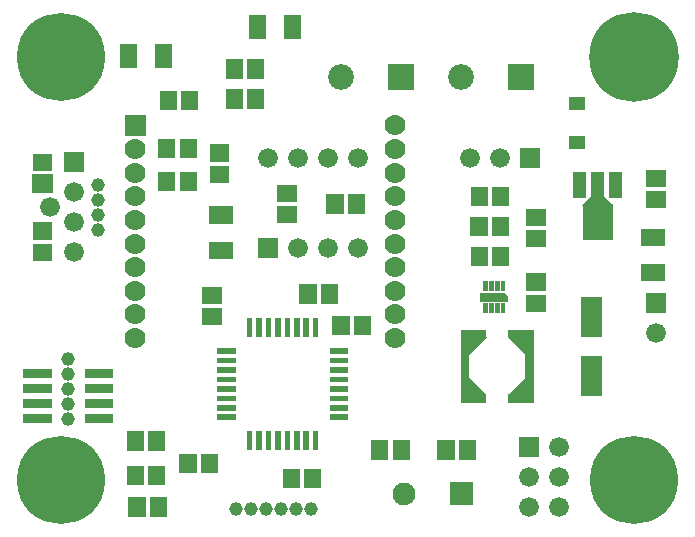
<source format=gbr>
G04 start of page 5 for group -4063 idx -4063 *
G04 Title: (unknown), componentmask *
G04 Creator: pcb 20110918 *
G04 CreationDate: Thu 28 Mar 2013 11:01:16 PM GMT UTC *
G04 For: railfan *
G04 Format: Gerber/RS-274X *
G04 PCB-Dimensions: 225000 175000 *
G04 PCB-Coordinate-Origin: lower left *
%MOIN*%
%FSLAX25Y25*%
%LNTOPMASK*%
%ADD94R,0.0202X0.0202*%
%ADD93R,0.0300X0.0300*%
%ADD92R,0.0158X0.0158*%
%ADD91R,0.0420X0.0420*%
%ADD90R,0.1005X0.1005*%
%ADD89R,0.0438X0.0438*%
%ADD88R,0.0690X0.0690*%
%ADD87R,0.0290X0.0290*%
%ADD86R,0.0300X0.0300*%
%ADD85R,0.0622X0.0622*%
%ADD84R,0.0187X0.0187*%
%ADD83R,0.0572X0.0572*%
%ADD82C,0.0760*%
%ADD81C,0.0460*%
%ADD80C,0.0860*%
%ADD79C,0.2987*%
%ADD78C,0.0700*%
%ADD77C,0.0660*%
%ADD76C,0.0001*%
%ADD75C,0.2937*%
G54D75*X17000Y158000D03*
G54D76*G36*
X38386Y138748D02*Y131748D01*
X45386D01*
Y138748D01*
X38386D01*
G37*
G36*
X82700Y97800D02*Y91200D01*
X89300D01*
Y97800D01*
X82700D01*
G37*
G54D77*X96000Y94500D03*
Y124500D03*
X86000D03*
X106000Y94500D03*
X116000D03*
G54D78*X128500Y88004D03*
Y80130D03*
Y72256D03*
Y119500D03*
Y111626D03*
Y103752D03*
Y95878D03*
G54D76*G36*
X212200Y79300D02*Y72700D01*
X218800D01*
Y79300D01*
X212200D01*
G37*
G54D77*X215500Y66000D03*
G54D76*G36*
X170200Y127800D02*Y121200D01*
X176800D01*
Y127800D01*
X170200D01*
G37*
G54D77*X163500Y124500D03*
X153500D03*
X116000D03*
X106000D03*
G54D79*X208000Y158000D03*
G54D76*G36*
X166200Y155800D02*Y147200D01*
X174800D01*
Y155800D01*
X166200D01*
G37*
G54D80*X150500Y151500D03*
G54D76*G36*
X126200Y155800D02*Y147200D01*
X134800D01*
Y155800D01*
X126200D01*
G37*
G54D78*X128500Y135248D03*
Y127374D03*
G54D80*X110500Y151500D03*
G54D75*X17000Y17000D03*
G54D81*X19500Y57500D03*
Y52500D03*
Y47500D03*
Y42500D03*
Y37500D03*
G54D76*G36*
X169700Y31300D02*Y24700D01*
X176300D01*
Y31300D01*
X169700D01*
G37*
G54D77*X183000Y28000D03*
G54D75*X208000Y17000D03*
G54D77*X183000Y18000D03*
Y8000D03*
G54D76*G36*
X146806Y16300D02*Y8700D01*
X154406D01*
Y16300D01*
X146806D01*
G37*
G54D82*X131394Y12500D03*
G54D77*X173000Y18000D03*
Y8000D03*
G54D81*X100500Y7500D03*
G54D78*X128500Y64382D03*
G54D81*X95500Y7500D03*
X90500D03*
X85500D03*
X80500D03*
X75500D03*
G54D76*G36*
X18200Y126300D02*Y119700D01*
X24800D01*
Y126300D01*
X18200D01*
G37*
G54D81*X29500Y115500D03*
G54D77*X21500Y113000D03*
Y103000D03*
Y93000D03*
G54D81*X29500Y110500D03*
Y105500D03*
Y100500D03*
G54D77*X13500Y108000D03*
G54D78*X41886Y127374D03*
Y119500D03*
Y111626D03*
Y103752D03*
Y95878D03*
Y88004D03*
Y80130D03*
Y72256D03*
Y64382D03*
G54D83*X67150Y71457D02*X67936D01*
X67150Y78543D02*X67936D01*
X69319Y93595D02*X71681D01*
G54D84*X92575Y69992D02*Y65566D01*
G54D83*X99457Y79393D02*Y78607D01*
X106543Y79393D02*Y78607D01*
X110457Y68893D02*Y68107D01*
G54D84*X89425Y69992D02*Y65566D01*
G54D83*X101043Y17893D02*Y17107D01*
X93957Y17893D02*Y17107D01*
G54D84*X86275Y69992D02*Y65566D01*
X83126Y69992D02*Y65566D01*
X79976Y69992D02*Y65566D01*
X70008Y60023D02*X74434D01*
X70008Y56874D02*X74434D01*
X70008Y53724D02*X74434D01*
X70008Y50575D02*X74434D01*
X70008Y47425D02*X74434D01*
X70008Y44275D02*X74434D01*
X70008Y41126D02*X74434D01*
X70008Y37976D02*X74434D01*
G54D85*X10607Y115914D02*X11393D01*
G54D83*X10607Y123000D02*X11393D01*
X60043Y143893D02*Y143107D01*
X52957Y143893D02*Y143107D01*
X69607Y126043D02*X70393D01*
X59500Y127893D02*Y127107D01*
X52414Y127893D02*Y127107D01*
X69319Y105405D02*X71681D01*
X52414Y116893D02*Y116107D01*
X59500Y116893D02*Y116107D01*
X69607Y118957D02*X70393D01*
X82595Y169181D02*Y166819D01*
X82043Y144393D02*Y143607D01*
X74957Y144393D02*Y143607D01*
Y154393D02*Y153607D01*
X82043Y154393D02*Y153607D01*
X94405Y169181D02*Y166819D01*
X108457Y109393D02*Y108607D01*
X115543Y109393D02*Y108607D01*
X92107Y105414D02*X92893D01*
X92107Y112500D02*X92893D01*
X51405Y159681D02*Y157319D01*
X39595Y159681D02*Y157319D01*
X59457Y22893D02*Y22107D01*
X66543Y22893D02*Y22107D01*
X49043Y30393D02*Y29607D01*
X49543Y8393D02*Y7607D01*
X42457Y8393D02*Y7607D01*
G54D86*X26500Y37500D02*X33000D01*
X26500Y42500D02*X33000D01*
X26500Y47500D02*X33000D01*
X26500Y52500D02*X33000D01*
G54D83*X41957Y30393D02*Y29607D01*
X49043Y18893D02*Y18107D01*
X41957Y18893D02*Y18107D01*
X10607Y100043D02*X11393D01*
X10607Y92957D02*X11393D01*
G54D86*X6000Y52500D02*X12500D01*
X6000Y47500D02*X12500D01*
X6000Y42500D02*X12500D01*
X6000Y37500D02*X12500D01*
G54D87*X173243Y65700D02*Y44300D01*
X167643D02*X173243D01*
X151843D02*X157443D01*
G54D76*G36*
X170293Y47250D02*Y43650D01*
X173893D01*
Y47250D01*
X170293D01*
G37*
G36*
X151193Y66350D02*Y62750D01*
X154793D01*
Y66350D01*
X151193D01*
G37*
G36*
Y47250D02*Y43650D01*
X154793D01*
Y47250D01*
X151193D01*
G37*
G36*
X168620Y67096D02*X174639Y61077D01*
X172093Y58531D01*
X166074Y64550D01*
X168620Y67096D01*
G37*
G36*
X166074Y45450D02*X172093Y51469D01*
X174639Y48923D01*
X168620Y42904D01*
X166074Y45450D01*
G37*
G36*
X150447Y61077D02*X156466Y67096D01*
X159012Y64550D01*
X152993Y58531D01*
X150447Y61077D01*
G37*
G36*
X152993Y51469D02*X159012Y45450D01*
X156466Y42904D01*
X150447Y48923D01*
X152993Y51469D01*
G37*
G54D83*X123414Y27393D02*Y26607D01*
X130500Y27393D02*Y26607D01*
X152543Y27393D02*Y26607D01*
X145457Y27393D02*Y26607D01*
G54D87*X167643Y65700D02*X173243D01*
X151843D02*Y44300D01*
Y65700D02*X157443D01*
G54D76*G36*
X170293Y66350D02*Y62750D01*
X173893D01*
Y66350D01*
X170293D01*
G37*
G54D84*X79977Y32434D02*Y28008D01*
X83126Y32434D02*Y28008D01*
X86276Y32434D02*Y28008D01*
X89425Y32434D02*Y28008D01*
X92575Y32434D02*Y28008D01*
X95725Y32434D02*Y28008D01*
X98874Y32434D02*Y28008D01*
X102024Y32434D02*Y28008D01*
X107566Y37977D02*X111992D01*
X107566Y41126D02*X111992D01*
X107566Y44276D02*X111992D01*
X107566Y47425D02*X111992D01*
X107566Y50575D02*X111992D01*
X107566Y53725D02*X111992D01*
X107566Y56874D02*X111992D01*
X107566Y60024D02*X111992D01*
X102023Y69992D02*Y65566D01*
X98874Y69992D02*Y65566D01*
X95724Y69992D02*Y65566D01*
G54D83*X117543Y68893D02*Y68107D01*
X213319Y86095D02*X215681D01*
X213319Y97905D02*X215681D01*
G54D88*X194000Y54807D02*Y48508D01*
Y74492D02*Y68193D01*
G54D83*X215107Y110457D02*X215893D01*
X215107Y117543D02*X215893D01*
G54D89*X196000Y117405D02*Y105595D01*
G54D90*Y103861D02*Y101971D01*
G54D91*X188400Y129600D02*X189600D01*
X188400Y142500D02*X189600D01*
G54D89*X201906Y117405D02*Y113311D01*
G54D76*G36*
X197885Y111850D02*X201149Y108586D01*
X199305Y106742D01*
X196041Y110006D01*
X197885Y111850D01*
G37*
G36*
X190851Y108586D02*X194115Y111850D01*
X195959Y110006D01*
X192695Y106742D01*
X190851Y108586D01*
G37*
G54D89*X190094Y117405D02*Y113311D01*
G54D83*X156500Y111893D02*Y111107D01*
X163586Y111893D02*Y111107D01*
X156457Y101893D02*Y101107D01*
X163543Y101893D02*Y101107D01*
X163586Y91893D02*Y91107D01*
X156500Y91893D02*Y91107D01*
X175150Y97457D02*X175936D01*
X175150Y104543D02*X175936D01*
X175150Y75957D02*X175936D01*
X175150Y83043D02*X175936D01*
G54D92*X164488Y82528D02*Y80756D01*
X162519Y82528D02*Y80756D01*
X160551Y82528D02*Y80756D01*
X158582Y82528D02*Y80756D01*
Y75244D02*Y73472D01*
X160551Y75244D02*Y73472D01*
X162519Y75244D02*Y73472D01*
X164488Y75244D02*Y73472D01*
G54D93*X158405Y78000D02*X163681D01*
G54D94*X157913Y77508D02*X165157D01*
G54D76*G36*
X163372Y78117D02*X164881Y79626D01*
X166290Y78217D01*
X164781Y76708D01*
X163372Y78117D01*
G37*
M02*

</source>
